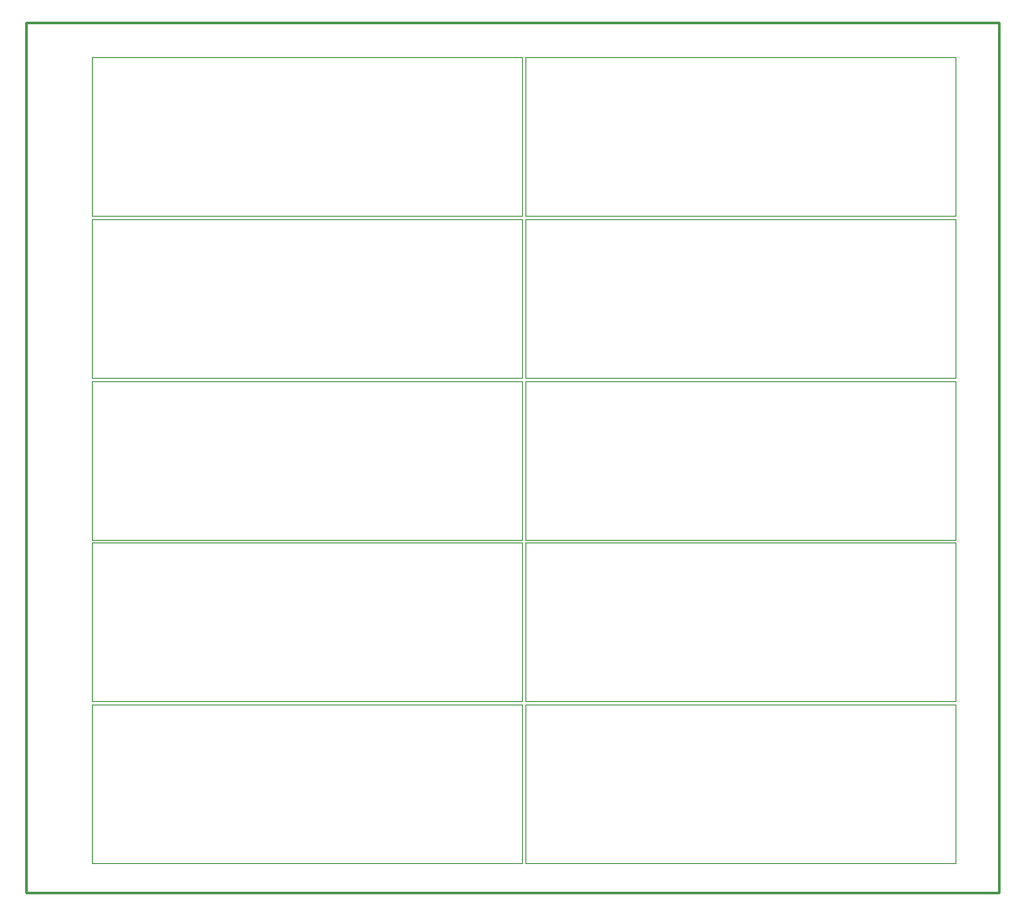
<source format=gko>
G04*
G04 #@! TF.GenerationSoftware,Altium Limited,Altium Designer,22.10.1 (41)*
G04*
G04 Layer_Color=16711935*
%FSTAX24Y24*%
%MOIN*%
G70*
G04*
G04 #@! TF.SameCoordinates,8E8F082C-EA0B-43D0-983D-46ADB54C0823*
G04*
G04*
G04 #@! TF.FilePolarity,Positive*
G04*
G01*
G75*
%ADD29C,0.0100*%
%ADD68C,0.0004*%
D29*
X0155Y0133D02*
X052902D01*
X0155Y046765D02*
X052902D01*
Y0133D02*
Y046765D01*
X0155Y0133D02*
Y046765D01*
D68*
X01805Y01445D02*
Y020552D01*
Y01445D02*
X034585D01*
Y020552D01*
X01805D02*
X034585D01*
X034704Y01445D02*
Y020552D01*
Y01445D02*
X051239D01*
Y020552D01*
X034704D02*
X051239D01*
X01805Y02067D02*
Y026773D01*
Y02067D02*
X034585D01*
Y026773D01*
X01805D02*
X034585D01*
X034704Y02067D02*
Y026773D01*
Y02067D02*
X051239D01*
Y026773D01*
X034704D02*
X051239D01*
X01805Y026891D02*
Y032993D01*
Y026891D02*
X034585D01*
Y032993D01*
X01805D02*
X034585D01*
X034704Y026891D02*
Y032993D01*
Y026891D02*
X051239D01*
Y032993D01*
X034704D02*
X051239D01*
X01805Y033111D02*
Y039214D01*
Y033111D02*
X034585D01*
Y039214D01*
X01805D02*
X034585D01*
X034704Y033111D02*
Y039214D01*
Y033111D02*
X051239D01*
Y039214D01*
X034704D02*
X051239D01*
X01805Y039332D02*
Y045434D01*
Y039332D02*
X034585D01*
Y045434D01*
X01805D02*
X034585D01*
X034704Y039332D02*
Y045434D01*
Y039332D02*
X051239D01*
Y045434D01*
X034704D02*
X051239D01*
M02*

</source>
